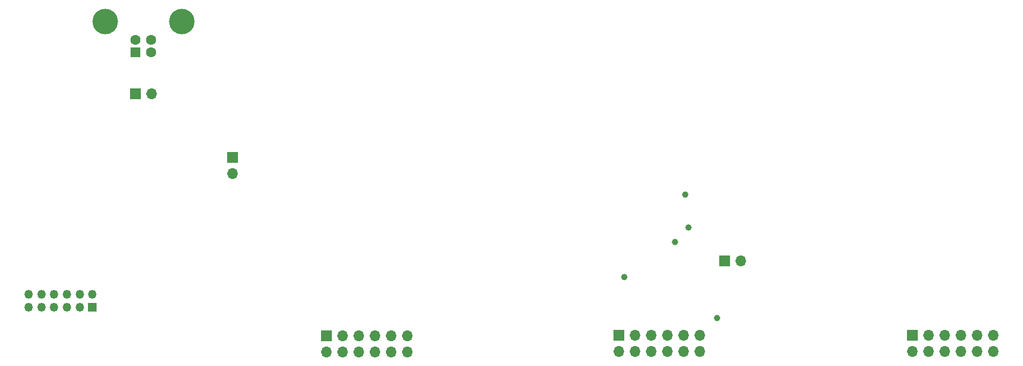
<source format=gbr>
%TF.GenerationSoftware,KiCad,Pcbnew,7.0.1*%
%TF.CreationDate,2023-03-30T15:17:14+02:00*%
%TF.ProjectId,BalancedSurroundOutBus,42616c61-6e63-4656-9453-7572726f756e,rev?*%
%TF.SameCoordinates,Original*%
%TF.FileFunction,Soldermask,Top*%
%TF.FilePolarity,Negative*%
%FSLAX46Y46*%
G04 Gerber Fmt 4.6, Leading zero omitted, Abs format (unit mm)*
G04 Created by KiCad (PCBNEW 7.0.1) date 2023-03-30 15:17:14*
%MOMM*%
%LPD*%
G01*
G04 APERTURE LIST*
%ADD10R,1.700000X1.700000*%
%ADD11O,1.700000X1.700000*%
%ADD12C,1.000000*%
%ADD13R,1.600000X1.600000*%
%ADD14C,1.600000*%
%ADD15C,4.000000*%
%ADD16R,1.350000X1.350000*%
%ADD17O,1.350000X1.350000*%
G04 APERTURE END LIST*
D10*
%TO.C,ON1*%
X123000000Y-103475000D03*
D11*
X123000000Y-106015000D03*
%TD*%
D12*
%TO.C,MCLK1*%
X192400000Y-116750000D03*
%TD*%
%TO.C,I2S1*%
X184500000Y-122250000D03*
%TD*%
D13*
%TO.C,J2*%
X107750000Y-87000000D03*
D14*
X110250000Y-87000000D03*
X110250000Y-85000000D03*
X107750000Y-85000000D03*
D15*
X103000000Y-82140000D03*
X115000000Y-82140000D03*
%TD*%
D10*
%TO.C,GND1*%
X200225000Y-119750000D03*
D11*
X202765000Y-119750000D03*
%TD*%
D12*
%TO.C,VIN1*%
X194000000Y-109300000D03*
%TD*%
%TO.C,SCLK1*%
X194500000Y-114500000D03*
%TD*%
%TO.C,LRCLK1*%
X199000000Y-128750000D03*
%TD*%
D10*
%TO.C,PWR1*%
X107725000Y-93500000D03*
D11*
X110265000Y-93500000D03*
%TD*%
D10*
%TO.C,J3*%
X137750000Y-131500000D03*
D11*
X137750000Y-134040000D03*
X140290000Y-131500000D03*
X140290000Y-134040000D03*
X142830000Y-131500000D03*
X142830000Y-134040000D03*
X145370000Y-131500000D03*
X145370000Y-134040000D03*
X147910000Y-131500000D03*
X147910000Y-134040000D03*
X150450000Y-131500000D03*
X150450000Y-134040000D03*
%TD*%
D10*
%TO.C,J5*%
X229650000Y-131475000D03*
D11*
X229650000Y-134015000D03*
X232190000Y-131475000D03*
X232190000Y-134015000D03*
X234730000Y-131475000D03*
X234730000Y-134015000D03*
X237270000Y-131475000D03*
X237270000Y-134015000D03*
X239810000Y-131475000D03*
X239810000Y-134015000D03*
X242350000Y-131475000D03*
X242350000Y-134015000D03*
%TD*%
D16*
%TO.C,J1*%
X101000000Y-127000000D03*
D17*
X101000000Y-125000000D03*
X99000000Y-127000000D03*
X99000000Y-125000000D03*
X97000000Y-127000000D03*
X97000000Y-125000000D03*
X95000000Y-127000000D03*
X95000000Y-125000000D03*
X93000000Y-127000000D03*
X93000000Y-125000000D03*
X91000000Y-127000000D03*
X91000000Y-125000000D03*
%TD*%
D10*
%TO.C,J4*%
X183650000Y-131475000D03*
D11*
X183650000Y-134015000D03*
X186190000Y-131475000D03*
X186190000Y-134015000D03*
X188730000Y-131475000D03*
X188730000Y-134015000D03*
X191270000Y-131475000D03*
X191270000Y-134015000D03*
X193810000Y-131475000D03*
X193810000Y-134015000D03*
X196350000Y-131475000D03*
X196350000Y-134015000D03*
%TD*%
M02*

</source>
